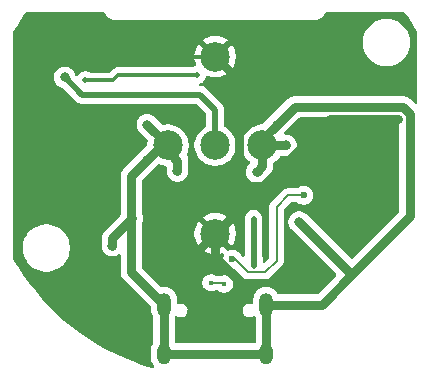
<source format=gbr>
%TF.GenerationSoftware,KiCad,Pcbnew,9.0.5-9.0.5~ubuntu25.04.1*%
%TF.CreationDate,2025-10-27T18:11:10+01:00*%
%TF.ProjectId,BladeMaster,426c6164-654d-4617-9374-65722e6b6963,rev?*%
%TF.SameCoordinates,Original*%
%TF.FileFunction,Copper,L1,Top*%
%TF.FilePolarity,Positive*%
%FSLAX46Y46*%
G04 Gerber Fmt 4.6, Leading zero omitted, Abs format (unit mm)*
G04 Created by KiCad (PCBNEW 9.0.5-9.0.5~ubuntu25.04.1) date 2025-10-27 18:11:10*
%MOMM*%
%LPD*%
G01*
G04 APERTURE LIST*
%TA.AperFunction,SMDPad,CuDef*%
%ADD10C,2.500000*%
%TD*%
%TA.AperFunction,ComponentPad*%
%ADD11O,1.200000X2.000000*%
%TD*%
%TA.AperFunction,ComponentPad*%
%ADD12O,1.200000X1.800000*%
%TD*%
%TA.AperFunction,ViaPad*%
%ADD13C,0.500000*%
%TD*%
%TA.AperFunction,ViaPad*%
%ADD14C,0.800000*%
%TD*%
%TA.AperFunction,ViaPad*%
%ADD15C,0.600000*%
%TD*%
%TA.AperFunction,ViaPad*%
%ADD16C,0.450000*%
%TD*%
%TA.AperFunction,Conductor*%
%ADD17C,0.200000*%
%TD*%
%TA.AperFunction,Conductor*%
%ADD18C,0.800000*%
%TD*%
%TA.AperFunction,Conductor*%
%ADD19C,0.500000*%
%TD*%
%TA.AperFunction,Conductor*%
%ADD20C,0.300000*%
%TD*%
G04 APERTURE END LIST*
D10*
%TO.P,J6,1,1*%
%TO.N,Net-(Q1-D)*%
X0Y0D03*
%TD*%
%TO.P,J1,1,1*%
%TO.N,/5V*%
X0Y-7500000D03*
%TD*%
%TO.P,J5,1,1*%
%TO.N,GND*%
X-4000000Y0D03*
%TD*%
%TO.P,J2,1,1*%
%TO.N,/5V*%
X0Y7500000D03*
%TD*%
%TO.P,J4,1,1*%
%TO.N,GND*%
X4000000Y0D03*
%TD*%
D11*
%TO.P,J3,0,SH*%
%TO.N,GND*%
X4325121Y-13495753D03*
%TO.P,J3,1,SH*%
X-4325121Y-13495753D03*
D12*
%TO.P,J3,2,SH*%
X-4325121Y-17675585D03*
%TO.P,J3,3,SH*%
X4325121Y-17675585D03*
%TD*%
D13*
%TO.N,GND*%
X3263341Y-10200000D03*
D14*
X6000000Y0D03*
X-5750000Y1750000D03*
X-3200000Y-2200000D03*
X5250000Y1750000D03*
X11700000Y-10800000D03*
X-5750000Y-1250000D03*
X-7000000Y-6200000D03*
D13*
X3250000Y-6250000D03*
D14*
X7100000Y-6500000D03*
X3500000Y-2250000D03*
X-8700000Y-8500000D03*
D13*
%TO.N,/5V*%
X-14250000Y5675000D03*
X-3500000Y-10000000D03*
X15500000Y2250000D03*
X-2389027Y-11675556D03*
X2250000Y-11500000D03*
D14*
X-1924927Y-14000344D03*
X1925102Y-13976880D03*
D13*
%TO.N,/3.3V*%
X-1500000Y5959107D03*
X-11000000Y5500000D03*
D15*
%TO.N,/CC1*%
X1444619Y-9671827D03*
X7500000Y-4250000D03*
D14*
%TO.N,Net-(Q1-D)*%
X-12750000Y5750000D03*
D16*
%TO.N,/D-*%
X775000Y-11756103D03*
X-350000Y-11650000D03*
%TD*%
D17*
%TO.N,/D-*%
X-350000Y-11650000D02*
X668897Y-11650000D01*
X668897Y-11650000D02*
X775000Y-11756103D01*
D18*
%TO.N,GND*%
X4000000Y500000D02*
X5250000Y1750000D01*
X4325121Y-13495753D02*
X9004247Y-13495753D01*
X9004247Y-13495753D02*
X11700000Y-10800000D01*
X-7100000Y-2600000D02*
X-5750000Y-1250000D01*
X6751000Y3251000D02*
X5250000Y1750000D01*
X16501000Y2664628D02*
X15914628Y3251000D01*
D19*
X3250000Y-9525000D02*
X3250000Y-6250000D01*
D18*
X-7100000Y-10720874D02*
X-7100000Y-2600000D01*
X-3200000Y-1300000D02*
X-4000000Y-500000D01*
X4325121Y-17675585D02*
X4325121Y-13495753D01*
X-8700000Y-8500000D02*
X-8700000Y-7900000D01*
X-8700000Y-7900000D02*
X-7000000Y-6200000D01*
X-4325121Y-17675585D02*
X4325121Y-17675585D01*
X-4500000Y0D02*
X-5750000Y-1250000D01*
D19*
X3263341Y-9538341D02*
X3250000Y-9525000D01*
D18*
X4000000Y-1750000D02*
X3500000Y-2250000D01*
X4000000Y0D02*
X4000000Y-1750000D01*
X11700000Y-10800000D02*
X16501000Y-5999000D01*
X15914628Y3251000D02*
X6751000Y3251000D01*
X-4000000Y0D02*
X-5750000Y1750000D01*
X-3200000Y-2200000D02*
X-3200000Y-1300000D01*
X11400000Y-10800000D02*
X11700000Y-10800000D01*
X4000000Y0D02*
X4000000Y500000D01*
X16501000Y-5999000D02*
X16501000Y2664628D01*
X-4000000Y-500000D02*
X-4000000Y0D01*
X-4325121Y-13495753D02*
X-4325121Y-17675585D01*
X-4325121Y-13495753D02*
X-7100000Y-10720874D01*
X4000000Y0D02*
X6000000Y0D01*
D19*
X3263341Y-10200000D02*
X3263341Y-9538341D01*
D18*
X7100000Y-6500000D02*
X11400000Y-10800000D01*
X-4000000Y0D02*
X-4500000Y0D01*
D19*
%TO.N,/5V*%
X-1923917Y-11250000D02*
X-1963471Y-11250000D01*
X-2500000Y-10000000D02*
X-1923917Y-9423917D01*
D18*
X-1923917Y-9423917D02*
X-1923917Y-11250000D01*
X1925102Y-13976880D02*
X1925102Y-11425102D01*
X0Y-7500000D02*
X-1923917Y-9423917D01*
D20*
X-12425000Y7500000D02*
X0Y7500000D01*
X2000000Y-11500000D02*
X1925102Y-11425102D01*
D18*
X-1923917Y-11250000D02*
X-1923917Y-14000344D01*
D20*
X2250000Y-11500000D02*
X2000000Y-11500000D01*
D18*
X0Y-9500000D02*
X0Y-7500000D01*
X1925102Y-11425102D02*
X0Y-9500000D01*
X0Y7500000D02*
X2000000Y5500000D01*
X15500000Y2250000D02*
X9750000Y2250000D01*
D19*
X-3500000Y-10000000D02*
X-2500000Y-10000000D01*
D18*
X2000000Y5500000D02*
X2000000Y-5500000D01*
D20*
X-14250000Y5675000D02*
X-12425000Y7500000D01*
D18*
X2000000Y-5500000D02*
X0Y-7500000D01*
D19*
X-1963471Y-11250000D02*
X-2389027Y-11675556D01*
D18*
X9750000Y2250000D02*
X2000000Y-5500000D01*
D20*
%TO.N,/3.3V*%
X-8650000Y5500000D02*
X-11000000Y5500000D01*
X-1500000Y5959107D02*
X-8190893Y5959107D01*
X-8190893Y5959107D02*
X-8650000Y5500000D01*
D17*
%TO.N,/CC1*%
X5200000Y-9800000D02*
X5200000Y-5200000D01*
X1444619Y-9671827D02*
X1671827Y-9671827D01*
X4250000Y-10750000D02*
X5200000Y-9800000D01*
X6150000Y-4250000D02*
X7500000Y-4250000D01*
X2750000Y-10750000D02*
X4250000Y-10750000D01*
X5200000Y-5200000D02*
X6150000Y-4250000D01*
X1671827Y-9671827D02*
X2750000Y-10750000D01*
D19*
%TO.N,Net-(Q1-D)*%
X-12750000Y5750000D02*
X-11250000Y4250000D01*
X-11250000Y4250000D02*
X-1250000Y4250000D01*
X0Y3000000D02*
X0Y0D01*
X-1250000Y4250000D02*
X0Y3000000D01*
%TD*%
%TA.AperFunction,Conductor*%
%TO.N,/5V*%
G36*
X-9356897Y11230315D02*
G01*
X-9313085Y11180157D01*
X-9312932Y11180244D01*
X-9312486Y11179471D01*
X-9311553Y11178403D01*
X-9310227Y11175558D01*
X-9222691Y11023943D01*
X-9110164Y10889837D01*
X-8976058Y10777310D01*
X-8976057Y10777309D01*
X-8976055Y10777308D01*
X-8824445Y10689775D01*
X-8659938Y10629899D01*
X-8487532Y10599500D01*
X-8487528Y10599500D01*
X8487528Y10599500D01*
X8487532Y10599500D01*
X8659938Y10629899D01*
X8824445Y10689775D01*
X8976055Y10777308D01*
X9110163Y10889837D01*
X9222692Y11023945D01*
X9310225Y11175555D01*
X9310226Y11175559D01*
X9311553Y11178403D01*
X9312471Y11179446D01*
X9312932Y11180244D01*
X9313092Y11180152D01*
X9357725Y11230843D01*
X9423936Y11250000D01*
X15979366Y11250000D01*
X16046405Y11230315D01*
X16080952Y11197107D01*
X16092820Y11180152D01*
X16228327Y10986560D01*
X16288498Y10900598D01*
X16291400Y10896262D01*
X16731626Y10207274D01*
X16733240Y10204749D01*
X16735953Y10200297D01*
X17018807Y9713567D01*
X17082711Y9603603D01*
X17099500Y9541299D01*
X17099500Y3638990D01*
X17079815Y3571951D01*
X17027011Y3526196D01*
X16957853Y3516252D01*
X16894297Y3545277D01*
X16887819Y3551309D01*
X16488669Y3950460D01*
X16488668Y3950461D01*
X16488664Y3950464D01*
X16429587Y3989937D01*
X16341175Y4049013D01*
X16259234Y4082954D01*
X16177294Y4116895D01*
X16177286Y4116897D01*
X16003324Y4151500D01*
X16003320Y4151500D01*
X16003319Y4151500D01*
X6839692Y4151500D01*
X6662309Y4151500D01*
X6662304Y4151500D01*
X6488339Y4116897D01*
X6488323Y4116892D01*
X6372453Y4068898D01*
X6372454Y4068897D01*
X6324454Y4049014D01*
X6176965Y3950465D01*
X6176961Y3950462D01*
X4658522Y2432023D01*
X4013319Y1786819D01*
X3951996Y1753334D01*
X3925638Y1750500D01*
X3885258Y1750500D01*
X3668715Y1721991D01*
X3657762Y1720548D01*
X3575104Y1698400D01*
X3436112Y1661158D01*
X3224123Y1573350D01*
X3224109Y1573343D01*
X3025382Y1458608D01*
X2843338Y1318919D01*
X2681081Y1156662D01*
X2541392Y974618D01*
X2426657Y775891D01*
X2426650Y775877D01*
X2338842Y563888D01*
X2279453Y342241D01*
X2279451Y342230D01*
X2249500Y114742D01*
X2249500Y-114741D01*
X2268975Y-262658D01*
X2279452Y-342238D01*
X2302044Y-426553D01*
X2338842Y-563887D01*
X2426650Y-775876D01*
X2426657Y-775890D01*
X2541392Y-974617D01*
X2681081Y-1156661D01*
X2681089Y-1156670D01*
X2843333Y-1318914D01*
X2843343Y-1318922D01*
X2908969Y-1369280D01*
X2918214Y-1381941D01*
X2930984Y-1391043D01*
X2938397Y-1409584D01*
X2950171Y-1425708D01*
X2951103Y-1441358D01*
X2956925Y-1455918D01*
X2953138Y-1475522D01*
X2954326Y-1495454D01*
X2946472Y-1510034D01*
X2943675Y-1524520D01*
X2924624Y-1550597D01*
X2923190Y-1553261D01*
X2922167Y-1554332D01*
X2800536Y-1675964D01*
X2793518Y-1686468D01*
X2787549Y-1695400D01*
X2787546Y-1695404D01*
X2701988Y-1823449D01*
X2670059Y-1900535D01*
X2670059Y-1900536D01*
X2634105Y-1987334D01*
X2634103Y-1987340D01*
X2599500Y-2161303D01*
X2599500Y-2338696D01*
X2634103Y-2512659D01*
X2634104Y-2512663D01*
X2634105Y-2512666D01*
X2667652Y-2593653D01*
X2701987Y-2676547D01*
X2760109Y-2763532D01*
X2763260Y-2768248D01*
X2763264Y-2768255D01*
X2800537Y-2824038D01*
X2925961Y-2949462D01*
X2925964Y-2949464D01*
X2964930Y-2975500D01*
X3073453Y-3048013D01*
X3155393Y-3081953D01*
X3237334Y-3115895D01*
X3411303Y-3150499D01*
X3411307Y-3150500D01*
X3411308Y-3150500D01*
X3588693Y-3150500D01*
X3588694Y-3150499D01*
X3762666Y-3115895D01*
X3844606Y-3081953D01*
X3926547Y-3048013D01*
X4035070Y-2975500D01*
X4074036Y-2949464D01*
X4699464Y-2324035D01*
X4734597Y-2271455D01*
X4798013Y-2176547D01*
X4825035Y-2111309D01*
X4865895Y-2012666D01*
X4900500Y-1838692D01*
X4900500Y-1661308D01*
X4900500Y-1572991D01*
X4920185Y-1505952D01*
X4962501Y-1465603D01*
X4974612Y-1458611D01*
X5156661Y-1318919D01*
X5156665Y-1318914D01*
X5156670Y-1318911D01*
X5318911Y-1156670D01*
X5318914Y-1156665D01*
X5318919Y-1156661D01*
X5458611Y-974612D01*
X5465603Y-962500D01*
X5516170Y-914285D01*
X5572991Y-900500D01*
X6088693Y-900500D01*
X6088694Y-900499D01*
X6146682Y-888964D01*
X6262658Y-865896D01*
X6262661Y-865894D01*
X6262666Y-865894D01*
X6426547Y-798013D01*
X6574035Y-699464D01*
X6699464Y-574035D01*
X6798013Y-426547D01*
X6865894Y-262666D01*
X6900500Y-88691D01*
X6900500Y88691D01*
X6900500Y88694D01*
X6900499Y88696D01*
X6865896Y262659D01*
X6865893Y262668D01*
X6798016Y426541D01*
X6798009Y426554D01*
X6699464Y574035D01*
X6699461Y574039D01*
X6574038Y699462D01*
X6574034Y699465D01*
X6426553Y798010D01*
X6426540Y798017D01*
X6262667Y865894D01*
X6262658Y865897D01*
X6088694Y900500D01*
X6088691Y900500D01*
X5973362Y900500D01*
X5952116Y906739D01*
X5930030Y908318D01*
X5919246Y916391D01*
X5906323Y920185D01*
X5891824Y936918D01*
X5874096Y950188D01*
X5869387Y962811D01*
X5860568Y972989D01*
X5857416Y994905D01*
X5849678Y1015652D01*
X5852541Y1028815D01*
X5850624Y1042147D01*
X5859822Y1062289D01*
X5864529Y1083926D01*
X5877799Y1101653D01*
X5879649Y1105703D01*
X5885680Y1112180D01*
X5949464Y1175964D01*
X5949464Y1175965D01*
X7087680Y2314181D01*
X7149003Y2347666D01*
X7175361Y2350500D01*
X15476500Y2350500D01*
X15543539Y2330815D01*
X15589294Y2278011D01*
X15600500Y2226500D01*
X15600500Y-5574637D01*
X15580815Y-5641676D01*
X15564181Y-5662318D01*
X11637680Y-9588818D01*
X11576357Y-9622303D01*
X11506665Y-9617319D01*
X11462318Y-9588818D01*
X7674039Y-5800538D01*
X7674038Y-5800537D01*
X7656037Y-5788510D01*
X7590507Y-5744724D01*
X7526547Y-5701987D01*
X7442198Y-5667049D01*
X7362666Y-5634105D01*
X7362658Y-5634103D01*
X7188696Y-5599500D01*
X7188692Y-5599500D01*
X7011308Y-5599500D01*
X7011303Y-5599500D01*
X6837341Y-5634103D01*
X6837333Y-5634105D01*
X6763008Y-5664892D01*
X6763003Y-5664894D01*
X6757802Y-5667049D01*
X6673453Y-5701987D01*
X6609493Y-5744724D01*
X6604049Y-5748361D01*
X6604048Y-5748362D01*
X6525961Y-5800537D01*
X6400537Y-5925961D01*
X6361064Y-5985039D01*
X6361063Y-5985040D01*
X6301985Y-6073455D01*
X6268046Y-6155393D01*
X6234106Y-6237329D01*
X6234103Y-6237341D01*
X6199500Y-6411303D01*
X6199500Y-6588696D01*
X6234103Y-6762658D01*
X6234105Y-6762666D01*
X6258418Y-6821363D01*
X6258421Y-6821368D01*
X6260532Y-6826465D01*
X6301987Y-6926547D01*
X6350733Y-6999500D01*
X6354433Y-7005038D01*
X6354435Y-7005041D01*
X6400534Y-7074034D01*
X6400538Y-7074039D01*
X10188819Y-10862318D01*
X10222304Y-10923641D01*
X10217320Y-10993333D01*
X10188819Y-11037680D01*
X8667566Y-12558934D01*
X8606243Y-12592419D01*
X8579885Y-12595253D01*
X5381211Y-12595253D01*
X5314172Y-12575568D01*
X5270728Y-12527551D01*
X5266355Y-12518969D01*
X5266350Y-12518960D01*
X5231931Y-12471587D01*
X5164535Y-12378825D01*
X5042049Y-12256339D01*
X4901909Y-12154521D01*
X4747566Y-12075880D01*
X4582822Y-12022351D01*
X4582820Y-12022350D01*
X4582819Y-12022350D01*
X4451392Y-12001534D01*
X4411732Y-11995253D01*
X4238510Y-11995253D01*
X4198849Y-12001534D01*
X4067423Y-12022350D01*
X3902673Y-12075881D01*
X3748332Y-12154521D01*
X3668377Y-12212612D01*
X3608193Y-12256339D01*
X3608191Y-12256341D01*
X3608190Y-12256341D01*
X3485709Y-12378822D01*
X3485709Y-12378823D01*
X3485707Y-12378825D01*
X3471029Y-12399028D01*
X3383889Y-12518964D01*
X3305249Y-12673305D01*
X3251718Y-12838055D01*
X3224621Y-13009142D01*
X3224621Y-13325474D01*
X3204936Y-13392513D01*
X3152132Y-13438268D01*
X3082974Y-13448212D01*
X3068534Y-13445250D01*
X2975691Y-13420373D01*
X2824157Y-13420373D01*
X2737526Y-13443586D01*
X2677785Y-13459593D01*
X2677784Y-13459594D01*
X2546557Y-13535357D01*
X2546552Y-13535361D01*
X2439405Y-13642508D01*
X2439401Y-13642513D01*
X2363638Y-13773740D01*
X2363637Y-13773741D01*
X2349272Y-13827354D01*
X2324417Y-13920113D01*
X2324417Y-14071647D01*
X2363637Y-14218017D01*
X2363638Y-14218018D01*
X2439401Y-14349246D01*
X2439403Y-14349249D01*
X2439404Y-14349250D01*
X2546554Y-14456400D01*
X2677787Y-14532167D01*
X2824157Y-14571387D01*
X2824160Y-14571387D01*
X2975688Y-14571387D01*
X2975691Y-14571387D01*
X3122061Y-14532167D01*
X3238622Y-14464870D01*
X3306521Y-14448398D01*
X3372548Y-14471251D01*
X3415739Y-14526172D01*
X3424621Y-14572258D01*
X3424621Y-16651085D01*
X3404936Y-16718124D01*
X3352132Y-16763879D01*
X3300621Y-16775085D01*
X-3300621Y-16775085D01*
X-3367660Y-16755400D01*
X-3413415Y-16702596D01*
X-3424621Y-16651085D01*
X-3424621Y-14572258D01*
X-3404936Y-14505219D01*
X-3352132Y-14459464D01*
X-3282974Y-14449520D01*
X-3238623Y-14464870D01*
X-3122061Y-14532167D01*
X-2975691Y-14571387D01*
X-2975688Y-14571387D01*
X-2824160Y-14571387D01*
X-2824157Y-14571387D01*
X-2677787Y-14532167D01*
X-2546554Y-14456400D01*
X-2439404Y-14349250D01*
X-2363637Y-14218017D01*
X-2324417Y-14071647D01*
X-2324417Y-13920113D01*
X-2363637Y-13773743D01*
X-2424253Y-13668752D01*
X-2439402Y-13642513D01*
X-2439406Y-13642508D01*
X-2546553Y-13535361D01*
X-2546558Y-13535357D01*
X-2677785Y-13459594D01*
X-2677786Y-13459593D01*
X-2720261Y-13448212D01*
X-2824157Y-13420373D01*
X-2975691Y-13420373D01*
X-3068529Y-13445248D01*
X-3138377Y-13443586D01*
X-3196240Y-13404424D01*
X-3223744Y-13340195D01*
X-3224621Y-13325474D01*
X-3224621Y-13009142D01*
X-3251719Y-12838055D01*
X-3251719Y-12838052D01*
X-3305248Y-12673308D01*
X-3383889Y-12518965D01*
X-3485707Y-12378825D01*
X-3608193Y-12256339D01*
X-3748333Y-12154521D01*
X-3902676Y-12075880D01*
X-4067420Y-12022351D01*
X-4067422Y-12022350D01*
X-4067423Y-12022350D01*
X-4198850Y-12001534D01*
X-4238510Y-11995253D01*
X-4411732Y-11995253D01*
X-4411737Y-11995253D01*
X-4470524Y-12004564D01*
X-4539817Y-11995610D01*
X-4577603Y-11969772D01*
X-4825918Y-11721457D01*
X-1075501Y-11721457D01*
X-1047621Y-11861614D01*
X-1047619Y-11861620D01*
X-992931Y-11993650D01*
X-992926Y-11993659D01*
X-913533Y-12112478D01*
X-913530Y-12112482D01*
X-812483Y-12213529D01*
X-812479Y-12213532D01*
X-693660Y-12292925D01*
X-693654Y-12292928D01*
X-693653Y-12292929D01*
X-561620Y-12347619D01*
X-561616Y-12347619D01*
X-561615Y-12347620D01*
X-421458Y-12375500D01*
X-421455Y-12375500D01*
X-278543Y-12375500D01*
X-184249Y-12356742D01*
X-138380Y-12347619D01*
X-6347Y-12292929D01*
X25876Y-12271397D01*
X43922Y-12265747D01*
X59832Y-12255523D01*
X90793Y-12251071D01*
X92554Y-12250520D01*
X94767Y-12250500D01*
X192024Y-12250500D01*
X259063Y-12270185D01*
X279706Y-12286820D01*
X312517Y-12319632D01*
X312521Y-12319635D01*
X431340Y-12399028D01*
X431346Y-12399031D01*
X431347Y-12399032D01*
X563380Y-12453722D01*
X563384Y-12453722D01*
X563385Y-12453723D01*
X703542Y-12481603D01*
X703545Y-12481603D01*
X846457Y-12481603D01*
X940751Y-12462845D01*
X986620Y-12453722D01*
X1118653Y-12399032D01*
X1237479Y-12319635D01*
X1338532Y-12218582D01*
X1417929Y-12099756D01*
X1472619Y-11967723D01*
X1500500Y-11827558D01*
X1500500Y-11684648D01*
X1500500Y-11684645D01*
X1472620Y-11544488D01*
X1472619Y-11544487D01*
X1472619Y-11544483D01*
X1417929Y-11412450D01*
X1417928Y-11412449D01*
X1417925Y-11412443D01*
X1338532Y-11293624D01*
X1338529Y-11293620D01*
X1237482Y-11192573D01*
X1237478Y-11192570D01*
X1118659Y-11113177D01*
X1118650Y-11113172D01*
X986620Y-11058484D01*
X986614Y-11058482D01*
X846457Y-11030603D01*
X846455Y-11030603D01*
X703545Y-11030603D01*
X703543Y-11030603D01*
X620530Y-11047116D01*
X596347Y-11049499D01*
X589840Y-11049499D01*
X589838Y-11049499D01*
X582237Y-11049500D01*
X582235Y-11049499D01*
X582228Y-11049500D01*
X94767Y-11049500D01*
X27728Y-11029815D01*
X25876Y-11028602D01*
X-6349Y-11007069D01*
X-138380Y-10952381D01*
X-138386Y-10952379D01*
X-278543Y-10924500D01*
X-278545Y-10924500D01*
X-421455Y-10924500D01*
X-421457Y-10924500D01*
X-561615Y-10952379D01*
X-561621Y-10952381D01*
X-693651Y-11007069D01*
X-693660Y-11007074D01*
X-812479Y-11086467D01*
X-812483Y-11086470D01*
X-913530Y-11187517D01*
X-913533Y-11187521D01*
X-992926Y-11306340D01*
X-992931Y-11306349D01*
X-1047619Y-11438379D01*
X-1047621Y-11438385D01*
X-1075500Y-11578542D01*
X-1075500Y-11578545D01*
X-1075500Y-11721455D01*
X-1075500Y-11721457D01*
X-1075501Y-11721457D01*
X-4825918Y-11721457D01*
X-4887241Y-11660134D01*
X-5399954Y-11147421D01*
X-6163181Y-10384193D01*
X-6196666Y-10322870D01*
X-6199500Y-10296512D01*
X-6199500Y-8901617D01*
X-1048066Y-8901617D01*
X-1048066Y-8901618D01*
X-974334Y-8958194D01*
X-775670Y-9072893D01*
X-775660Y-9072897D01*
X-563731Y-9160681D01*
X-342138Y-9220057D01*
X-114711Y-9249998D01*
X-114694Y-9250000D01*
X114694Y-9250000D01*
X114710Y-9249998D01*
X342137Y-9220057D01*
X563736Y-9160679D01*
X567575Y-9159377D01*
X568248Y-9161360D01*
X629315Y-9154641D01*
X691872Y-9185759D01*
X727674Y-9245759D01*
X725355Y-9315590D01*
X722165Y-9324177D01*
X713781Y-9344418D01*
X674882Y-9438330D01*
X674881Y-9438333D01*
X674881Y-9438334D01*
X674880Y-9438337D01*
X644119Y-9592980D01*
X644119Y-9750673D01*
X674880Y-9905316D01*
X674883Y-9905328D01*
X735221Y-10050999D01*
X735228Y-10051012D01*
X822829Y-10182115D01*
X822832Y-10182119D01*
X934326Y-10293613D01*
X934330Y-10293616D01*
X1065433Y-10381217D01*
X1065446Y-10381224D01*
X1211117Y-10441562D01*
X1211122Y-10441564D01*
X1347684Y-10468728D01*
X1365772Y-10472326D01*
X1365775Y-10472327D01*
X1365777Y-10472327D01*
X1523461Y-10472327D01*
X1541552Y-10468728D01*
X1611141Y-10474952D01*
X1653428Y-10502663D01*
X2265139Y-11114374D01*
X2265149Y-11114385D01*
X2269479Y-11118715D01*
X2269480Y-11118716D01*
X2381284Y-11230520D01*
X2468095Y-11280639D01*
X2468097Y-11280641D01*
X2492812Y-11294910D01*
X2518215Y-11309577D01*
X2670943Y-11350501D01*
X2670946Y-11350501D01*
X2836653Y-11350501D01*
X2836669Y-11350500D01*
X4163331Y-11350500D01*
X4163347Y-11350501D01*
X4170943Y-11350501D01*
X4329054Y-11350501D01*
X4329057Y-11350501D01*
X4481785Y-11309577D01*
X4531904Y-11280639D01*
X4618716Y-11230520D01*
X4730520Y-11118716D01*
X4730520Y-11118714D01*
X4740728Y-11108507D01*
X4740730Y-11108504D01*
X5558506Y-10290728D01*
X5558511Y-10290724D01*
X5568714Y-10280520D01*
X5568716Y-10280520D01*
X5680520Y-10168716D01*
X5734915Y-10074500D01*
X5759577Y-10031785D01*
X5800501Y-9879057D01*
X5800501Y-9720943D01*
X5800501Y-9713348D01*
X5800500Y-9713330D01*
X5800500Y-5500097D01*
X5820185Y-5433058D01*
X5836819Y-5412416D01*
X6362416Y-4886819D01*
X6423739Y-4853334D01*
X6450097Y-4850500D01*
X6920234Y-4850500D01*
X6987273Y-4870185D01*
X6989125Y-4871398D01*
X7120814Y-4959390D01*
X7120827Y-4959397D01*
X7266498Y-5019735D01*
X7266503Y-5019737D01*
X7421153Y-5050499D01*
X7421156Y-5050500D01*
X7421158Y-5050500D01*
X7578844Y-5050500D01*
X7578845Y-5050499D01*
X7733497Y-5019737D01*
X7879179Y-4959394D01*
X8010289Y-4871789D01*
X8121789Y-4760289D01*
X8209394Y-4629179D01*
X8269737Y-4483497D01*
X8300500Y-4328842D01*
X8300500Y-4171158D01*
X8300500Y-4171155D01*
X8300499Y-4171153D01*
X8269738Y-4016510D01*
X8269737Y-4016503D01*
X8213728Y-3881284D01*
X8209397Y-3870827D01*
X8209390Y-3870814D01*
X8121789Y-3739711D01*
X8121786Y-3739707D01*
X8010292Y-3628213D01*
X8010288Y-3628210D01*
X7879185Y-3540609D01*
X7879172Y-3540602D01*
X7733501Y-3480264D01*
X7733489Y-3480261D01*
X7578845Y-3449500D01*
X7578842Y-3449500D01*
X7421158Y-3449500D01*
X7421155Y-3449500D01*
X7266510Y-3480261D01*
X7266498Y-3480264D01*
X7120827Y-3540602D01*
X7120814Y-3540609D01*
X6989125Y-3628602D01*
X6922447Y-3649480D01*
X6920234Y-3649500D01*
X6236669Y-3649500D01*
X6236653Y-3649499D01*
X6229057Y-3649499D01*
X6070943Y-3649499D01*
X5963587Y-3678265D01*
X5918210Y-3690424D01*
X5918209Y-3690425D01*
X5868096Y-3719359D01*
X5868095Y-3719360D01*
X5832853Y-3739707D01*
X5781285Y-3769479D01*
X5781282Y-3769481D01*
X4719481Y-4831282D01*
X4719479Y-4831285D01*
X4669361Y-4918094D01*
X4669359Y-4918096D01*
X4640425Y-4968209D01*
X4640424Y-4968210D01*
X4626617Y-5019738D01*
X4599499Y-5120943D01*
X4599499Y-5120945D01*
X4599499Y-5289046D01*
X4599500Y-5289059D01*
X4599500Y-9499903D01*
X4579815Y-9566942D01*
X4563181Y-9587584D01*
X4225522Y-9925243D01*
X4164199Y-9958728D01*
X4094507Y-9953744D01*
X4038574Y-9911872D01*
X4014157Y-9846408D01*
X4013841Y-9837562D01*
X4013841Y-9464420D01*
X4002883Y-9409334D01*
X4000500Y-9385142D01*
X4000500Y-6176079D01*
X3971659Y-6031092D01*
X3971658Y-6031091D01*
X3971658Y-6031087D01*
X3952585Y-5985040D01*
X3915087Y-5894511D01*
X3915080Y-5894498D01*
X3832951Y-5771584D01*
X3832948Y-5771580D01*
X3728419Y-5667051D01*
X3728415Y-5667048D01*
X3605501Y-5584919D01*
X3605488Y-5584912D01*
X3468917Y-5528343D01*
X3468907Y-5528340D01*
X3323920Y-5499500D01*
X3323918Y-5499500D01*
X3176082Y-5499500D01*
X3176080Y-5499500D01*
X3031092Y-5528340D01*
X3031082Y-5528343D01*
X2894511Y-5584912D01*
X2894498Y-5584919D01*
X2771584Y-5667048D01*
X2771580Y-5667051D01*
X2667051Y-5771580D01*
X2667048Y-5771584D01*
X2584919Y-5894498D01*
X2584912Y-5894511D01*
X2528343Y-6031082D01*
X2528340Y-6031092D01*
X2499500Y-6176079D01*
X2499500Y-9350903D01*
X2493261Y-9372148D01*
X2491682Y-9394237D01*
X2483609Y-9405020D01*
X2479815Y-9417942D01*
X2463081Y-9432441D01*
X2449810Y-9450170D01*
X2437189Y-9454877D01*
X2427011Y-9463697D01*
X2405093Y-9466848D01*
X2384346Y-9474587D01*
X2371185Y-9471724D01*
X2357853Y-9473641D01*
X2337709Y-9464441D01*
X2316073Y-9459735D01*
X2298347Y-9446466D01*
X2294297Y-9444616D01*
X2287819Y-9438584D01*
X2180031Y-9330796D01*
X2157799Y-9297523D01*
X2156881Y-9298014D01*
X2154011Y-9292644D01*
X2066408Y-9161538D01*
X2066405Y-9161534D01*
X1954911Y-9050040D01*
X1954907Y-9050037D01*
X1823804Y-8962436D01*
X1823791Y-8962429D01*
X1678120Y-8902091D01*
X1678108Y-8902088D01*
X1523464Y-8871327D01*
X1523461Y-8871327D01*
X1365777Y-8871327D01*
X1365774Y-8871327D01*
X1211129Y-8902088D01*
X1211117Y-8902091D01*
X1172703Y-8918003D01*
X1103233Y-8925472D01*
X1040754Y-8894196D01*
X1037570Y-8891123D01*
X0Y-7853553D01*
X-1048066Y-8901617D01*
X-6199500Y-8901617D01*
X-6199500Y-7385305D01*
X-1750000Y-7385305D01*
X-1750000Y-7614694D01*
X-1749999Y-7614710D01*
X-1720058Y-7842137D01*
X-1660682Y-8063730D01*
X-1572898Y-8275659D01*
X-1572894Y-8275669D01*
X-1458201Y-8474324D01*
X-1458195Y-8474331D01*
X-1401619Y-8548064D01*
X-353554Y-7500000D01*
X-353554Y-7499999D01*
X353553Y-7499999D01*
X353553Y-7500000D01*
X1401617Y-8548064D01*
X1458192Y-8474334D01*
X1458197Y-8474327D01*
X1572893Y-8275668D01*
X1572897Y-8275659D01*
X1660681Y-8063730D01*
X1720057Y-7842137D01*
X1749998Y-7614710D01*
X1750000Y-7614694D01*
X1750000Y-7385305D01*
X1749998Y-7385289D01*
X1720057Y-7157862D01*
X1660681Y-6936269D01*
X1572897Y-6724340D01*
X1572893Y-6724330D01*
X1458194Y-6525666D01*
X1401618Y-6451934D01*
X1401617Y-6451934D01*
X353553Y-7499999D01*
X-353554Y-7499999D01*
X-1401620Y-6451934D01*
X-1458190Y-6525659D01*
X-1458199Y-6525673D01*
X-1572894Y-6724330D01*
X-1572898Y-6724340D01*
X-1660682Y-6936269D01*
X-1720058Y-7157862D01*
X-1749999Y-7385289D01*
X-1750000Y-7385305D01*
X-6199500Y-7385305D01*
X-6199500Y-6645205D01*
X-6197874Y-6637029D01*
X-6198790Y-6631951D01*
X-6190061Y-6597753D01*
X-6167652Y-6543653D01*
X-6134105Y-6462666D01*
X-6099500Y-6288692D01*
X-6099500Y-6111308D01*
X-6102071Y-6098380D01*
X-1048066Y-6098380D01*
X-1Y-7146446D01*
X1048064Y-6098381D01*
X1048064Y-6098380D01*
X974331Y-6041805D01*
X974324Y-6041799D01*
X775669Y-5927106D01*
X775659Y-5927102D01*
X563730Y-5839318D01*
X342137Y-5779942D01*
X114710Y-5750001D01*
X114694Y-5750000D01*
X-114694Y-5750000D01*
X-114711Y-5750001D01*
X-342138Y-5779942D01*
X-563731Y-5839318D01*
X-775660Y-5927102D01*
X-775670Y-5927106D01*
X-974327Y-6041801D01*
X-974341Y-6041810D01*
X-1048066Y-6098380D01*
X-6102071Y-6098380D01*
X-6134105Y-5937334D01*
X-6190005Y-5802381D01*
X-6190104Y-5802141D01*
X-6190160Y-5802005D01*
X-6199500Y-5754792D01*
X-6199500Y-3024360D01*
X-6179815Y-2957321D01*
X-6163186Y-2936683D01*
X-5175967Y-1949465D01*
X-5175964Y-1949464D01*
X-4851412Y-1624910D01*
X-4790092Y-1591428D01*
X-4720401Y-1596412D01*
X-4716335Y-1598011D01*
X-4563887Y-1661158D01*
X-4342238Y-1720548D01*
X-4208314Y-1738179D01*
X-4144418Y-1766445D01*
X-4105947Y-1824770D01*
X-4100500Y-1861118D01*
X-4100500Y-2288695D01*
X-4065897Y-2462658D01*
X-4065894Y-2462667D01*
X-3998017Y-2626540D01*
X-3998010Y-2626553D01*
X-3899465Y-2774034D01*
X-3899462Y-2774038D01*
X-3774039Y-2899461D01*
X-3774035Y-2899464D01*
X-3626554Y-2998009D01*
X-3626541Y-2998016D01*
X-3505845Y-3048009D01*
X-3462666Y-3065894D01*
X-3462664Y-3065894D01*
X-3462659Y-3065896D01*
X-3288696Y-3100499D01*
X-3288693Y-3100500D01*
X-3288691Y-3100500D01*
X-3111307Y-3100500D01*
X-3111306Y-3100499D01*
X-3053318Y-3088964D01*
X-2937342Y-3065896D01*
X-2937339Y-3065894D01*
X-2937334Y-3065894D01*
X-2773453Y-2998013D01*
X-2625965Y-2899464D01*
X-2500536Y-2774035D01*
X-2401987Y-2626547D01*
X-2334106Y-2462666D01*
X-2299500Y-2288691D01*
X-2299500Y-2111309D01*
X-2299500Y-1211309D01*
X-2306017Y-1178545D01*
X-2334105Y-1037334D01*
X-2401987Y-873453D01*
X-2401991Y-873447D01*
X-2405340Y-868434D01*
X-2426218Y-801757D01*
X-2416799Y-752090D01*
X-2338842Y-563887D01*
X-2279452Y-342238D01*
X-2249500Y-114734D01*
X-2249500Y114734D01*
X-2279452Y342238D01*
X-2338842Y563887D01*
X-2426656Y775888D01*
X-2541389Y974612D01*
X-2541392Y974615D01*
X-2541393Y974618D01*
X-2681082Y1156662D01*
X-2681089Y1156670D01*
X-2843330Y1318911D01*
X-2843339Y1318919D01*
X-3025383Y1458608D01*
X-3224110Y1573343D01*
X-3224124Y1573350D01*
X-3436113Y1661158D01*
X-3436673Y1661308D01*
X-3657762Y1720548D01*
X-3695785Y1725554D01*
X-3885259Y1750500D01*
X-3885266Y1750500D01*
X-4114734Y1750500D01*
X-4114742Y1750500D01*
X-4342242Y1720548D01*
X-4355756Y1716927D01*
X-4425606Y1718594D01*
X-4475523Y1749023D01*
X-5175965Y2449465D01*
X-5175970Y2449469D01*
X-5230378Y2485822D01*
X-5230384Y2485825D01*
X-5235041Y2488937D01*
X-5323453Y2548013D01*
X-5405394Y2581954D01*
X-5487334Y2615895D01*
X-5487342Y2615897D01*
X-5661304Y2650500D01*
X-5661308Y2650500D01*
X-5838692Y2650500D01*
X-5838697Y2650500D01*
X-6012659Y2615897D01*
X-6012671Y2615894D01*
X-6094608Y2581955D01*
X-6094607Y2581954D01*
X-6176545Y2548015D01*
X-6264960Y2488937D01*
X-6264961Y2488936D01*
X-6324039Y2449463D01*
X-6449462Y2324040D01*
X-6456479Y2313536D01*
X-6456482Y2313532D01*
X-6548015Y2176545D01*
X-6581954Y2094607D01*
X-6615894Y2012671D01*
X-6615897Y2012659D01*
X-6650500Y1838697D01*
X-6650500Y1661304D01*
X-6615897Y1487341D01*
X-6615896Y1487337D01*
X-6615895Y1487334D01*
X-6603998Y1458612D01*
X-6603997Y1458610D01*
X-6548016Y1323458D01*
X-6548015Y1323456D01*
X-6488937Y1235040D01*
X-6488936Y1235039D01*
X-6449466Y1175966D01*
X-5749023Y475523D01*
X-5715538Y414200D01*
X-5716927Y355756D01*
X-5720548Y342242D01*
X-5750500Y114742D01*
X-5750500Y74362D01*
X-5770185Y7323D01*
X-5786819Y-13319D01*
X-6449466Y-675966D01*
X-7799462Y-2025960D01*
X-7799463Y-2025961D01*
X-7838936Y-2085039D01*
X-7838937Y-2085040D01*
X-7898015Y-2173455D01*
X-7931954Y-2255393D01*
X-7965894Y-2337329D01*
X-7965897Y-2337341D01*
X-8000500Y-2511303D01*
X-8000500Y-5875637D01*
X-8020185Y-5942676D01*
X-8036819Y-5963318D01*
X-9399462Y-7325960D01*
X-9399463Y-7325961D01*
X-9436266Y-7381041D01*
X-9436272Y-7381050D01*
X-9438937Y-7385040D01*
X-9498013Y-7473453D01*
X-9522944Y-7533642D01*
X-9525767Y-7540454D01*
X-9525770Y-7540462D01*
X-9565894Y-7637331D01*
X-9565897Y-7637341D01*
X-9598358Y-7800534D01*
X-9598357Y-7800535D01*
X-9600500Y-7811309D01*
X-9600500Y-8588695D01*
X-9565897Y-8762658D01*
X-9565894Y-8762667D01*
X-9498017Y-8926540D01*
X-9498010Y-8926553D01*
X-9399465Y-9074034D01*
X-9399462Y-9074038D01*
X-9274039Y-9199461D01*
X-9274035Y-9199464D01*
X-9126554Y-9298009D01*
X-9126541Y-9298016D01*
X-9047401Y-9330796D01*
X-8962666Y-9365894D01*
X-8962664Y-9365894D01*
X-8962659Y-9365896D01*
X-8788696Y-9400499D01*
X-8788693Y-9400500D01*
X-8788691Y-9400500D01*
X-8611307Y-9400500D01*
X-8611306Y-9400499D01*
X-8553318Y-9388964D01*
X-8437342Y-9365896D01*
X-8437339Y-9365894D01*
X-8437334Y-9365894D01*
X-8273453Y-9298013D01*
X-8193391Y-9244516D01*
X-8126714Y-9223639D01*
X-8059334Y-9242123D01*
X-8012643Y-9294102D01*
X-8000500Y-9347619D01*
X-8000500Y-10809570D01*
X-7965897Y-10983533D01*
X-7965896Y-10983537D01*
X-7965895Y-10983540D01*
X-7938573Y-11049499D01*
X-7898013Y-11147421D01*
X-7845143Y-11226546D01*
X-7841594Y-11231857D01*
X-7799466Y-11294908D01*
X-7799462Y-11294913D01*
X-5461940Y-13632433D01*
X-5428455Y-13693756D01*
X-5425621Y-13720114D01*
X-5425621Y-13982363D01*
X-5411481Y-14071644D01*
X-5398523Y-14153454D01*
X-5344994Y-14318198D01*
X-5266353Y-14472541D01*
X-5249303Y-14496008D01*
X-5225823Y-14561811D01*
X-5225621Y-14568893D01*
X-5225621Y-16702444D01*
X-5245306Y-16769483D01*
X-5249303Y-16775330D01*
X-5266351Y-16798792D01*
X-5266352Y-16798795D01*
X-5344993Y-16953137D01*
X-5398524Y-17117887D01*
X-5416358Y-17230488D01*
X-5425621Y-17288974D01*
X-5425621Y-18062196D01*
X-5398523Y-18233286D01*
X-5344994Y-18398030D01*
X-5266353Y-18552373D01*
X-5181055Y-18669776D01*
X-5157575Y-18735580D01*
X-5173400Y-18803634D01*
X-5223506Y-18852329D01*
X-5291984Y-18866205D01*
X-5316659Y-18861533D01*
X-5990391Y-18661543D01*
X-5995632Y-18659860D01*
X-6444718Y-18504556D01*
X-6812672Y-18377309D01*
X-6817818Y-18375401D01*
X-7621516Y-18056867D01*
X-7626571Y-18054733D01*
X-8415343Y-17700847D01*
X-8420310Y-17698485D01*
X-9192593Y-17309945D01*
X-9197453Y-17307363D01*
X-9951727Y-16884936D01*
X-9956469Y-16882140D01*
X-10691244Y-16426663D01*
X-10695857Y-16423660D01*
X-11409709Y-15936013D01*
X-11414184Y-15932808D01*
X-12105684Y-15413967D01*
X-12110012Y-15410567D01*
X-12777808Y-14861547D01*
X-12781981Y-14857958D01*
X-13424753Y-14279845D01*
X-13428763Y-14276074D01*
X-14045241Y-13670011D01*
X-14049080Y-13666066D01*
X-14071004Y-13642510D01*
X-14292591Y-13404424D01*
X-14638077Y-13033214D01*
X-14641736Y-13029102D01*
X-15202026Y-12370786D01*
X-15205500Y-12366517D01*
X-15736056Y-11683941D01*
X-15739337Y-11679521D01*
X-16003694Y-11306349D01*
X-16239087Y-10974062D01*
X-16242146Y-10969535D01*
X-16710101Y-10242584D01*
X-16712961Y-10237916D01*
X-16730810Y-10207282D01*
X-16838849Y-10021851D01*
X-17082641Y-9603422D01*
X-17099500Y-9540998D01*
X-17099500Y-8568872D01*
X-16300500Y-8568872D01*
X-16300500Y-8831127D01*
X-16280897Y-8980018D01*
X-16266270Y-9091116D01*
X-16203822Y-9324177D01*
X-16198398Y-9344418D01*
X-16198395Y-9344428D01*
X-16098047Y-9586690D01*
X-16098042Y-9586700D01*
X-15966925Y-9813803D01*
X-15807282Y-10021851D01*
X-15807274Y-10021860D01*
X-15621860Y-10207274D01*
X-15621852Y-10207281D01*
X-15413804Y-10366924D01*
X-15186701Y-10498041D01*
X-15186691Y-10498046D01*
X-14944429Y-10598394D01*
X-14944419Y-10598398D01*
X-14691116Y-10666270D01*
X-14431120Y-10700500D01*
X-14431113Y-10700500D01*
X-14168887Y-10700500D01*
X-14168880Y-10700500D01*
X-13908884Y-10666270D01*
X-13655581Y-10598398D01*
X-13478660Y-10525114D01*
X-13413310Y-10498046D01*
X-13413309Y-10498045D01*
X-13413303Y-10498043D01*
X-13186197Y-10366924D01*
X-12978149Y-10207282D01*
X-12978145Y-10207277D01*
X-12978140Y-10207274D01*
X-12792726Y-10021860D01*
X-12792723Y-10021855D01*
X-12792718Y-10021851D01*
X-12633076Y-9813803D01*
X-12501957Y-9586697D01*
X-12401602Y-9344419D01*
X-12333730Y-9091116D01*
X-12299500Y-8831120D01*
X-12299500Y-8568880D01*
X-12333730Y-8308884D01*
X-12401602Y-8055581D01*
X-12401606Y-8055571D01*
X-12501954Y-7813309D01*
X-12501959Y-7813299D01*
X-12633076Y-7586196D01*
X-12787239Y-7385289D01*
X-12792718Y-7378149D01*
X-12792719Y-7378148D01*
X-12792726Y-7378140D01*
X-12978140Y-7192726D01*
X-12978149Y-7192718D01*
X-13186197Y-7033075D01*
X-13413300Y-6901958D01*
X-13413310Y-6901953D01*
X-13655572Y-6801605D01*
X-13655579Y-6801603D01*
X-13655581Y-6801602D01*
X-13908884Y-6733730D01*
X-13980282Y-6724330D01*
X-14168873Y-6699500D01*
X-14168880Y-6699500D01*
X-14431120Y-6699500D01*
X-14431128Y-6699500D01*
X-14662228Y-6729926D01*
X-14691116Y-6733730D01*
X-14799077Y-6762658D01*
X-14944419Y-6801602D01*
X-14944429Y-6801605D01*
X-15186691Y-6901953D01*
X-15186701Y-6901958D01*
X-15413804Y-7033075D01*
X-15621852Y-7192718D01*
X-15807282Y-7378148D01*
X-15966925Y-7586196D01*
X-16098042Y-7813299D01*
X-16098047Y-7813309D01*
X-16198395Y-8055571D01*
X-16198398Y-8055581D01*
X-16200581Y-8063730D01*
X-16266270Y-8308885D01*
X-16300500Y-8568872D01*
X-17099500Y-8568872D01*
X-17099500Y5838696D01*
X-13650500Y5838696D01*
X-13650500Y5661305D01*
X-13615897Y5487342D01*
X-13615894Y5487333D01*
X-13548017Y5323460D01*
X-13548010Y5323447D01*
X-13449465Y5175966D01*
X-13449462Y5175962D01*
X-13324039Y5050539D01*
X-13324035Y5050536D01*
X-13176554Y4951991D01*
X-13176541Y4951984D01*
X-13012668Y4884107D01*
X-13012666Y4884106D01*
X-12965682Y4874761D01*
X-12903773Y4842378D01*
X-12902193Y4840825D01*
X-11832952Y3771585D01*
X-11832951Y3771584D01*
X-11728416Y3667049D01*
X-11728415Y3667048D01*
X-11605502Y3584920D01*
X-11605489Y3584913D01*
X-11509798Y3545277D01*
X-11468913Y3528342D01*
X-11468909Y3528342D01*
X-11468908Y3528341D01*
X-11323921Y3499500D01*
X-11323918Y3499500D01*
X-1612230Y3499500D01*
X-1545191Y3479815D01*
X-1524549Y3463181D01*
X-786819Y2725451D01*
X-753334Y2664128D01*
X-750500Y2637770D01*
X-750500Y1659593D01*
X-770185Y1592554D01*
X-812500Y1552206D01*
X-974618Y1458608D01*
X-1156662Y1318919D01*
X-1318919Y1156662D01*
X-1458608Y974618D01*
X-1573343Y775891D01*
X-1573350Y775877D01*
X-1661158Y563888D01*
X-1720547Y342241D01*
X-1720549Y342230D01*
X-1750500Y114742D01*
X-1750500Y-114741D01*
X-1731025Y-262658D01*
X-1720548Y-342238D01*
X-1697956Y-426553D01*
X-1661158Y-563887D01*
X-1573350Y-775876D01*
X-1573343Y-775890D01*
X-1458608Y-974617D01*
X-1318919Y-1156661D01*
X-1318911Y-1156670D01*
X-1156670Y-1318911D01*
X-1156662Y-1318918D01*
X-974618Y-1458607D01*
X-974615Y-1458608D01*
X-974612Y-1458611D01*
X-775888Y-1573344D01*
X-775883Y-1573346D01*
X-775877Y-1573349D01*
X-716284Y-1598033D01*
X-563887Y-1661158D01*
X-342238Y-1720548D01*
X-114734Y-1750500D01*
X-114727Y-1750500D01*
X114727Y-1750500D01*
X114734Y-1750500D01*
X342238Y-1720548D01*
X563887Y-1661158D01*
X775888Y-1573344D01*
X974612Y-1458611D01*
X1156661Y-1318919D01*
X1156665Y-1318914D01*
X1156670Y-1318911D01*
X1318911Y-1156670D01*
X1318914Y-1156665D01*
X1318919Y-1156661D01*
X1458611Y-974612D01*
X1573344Y-775888D01*
X1661158Y-563887D01*
X1720548Y-342238D01*
X1750500Y-114734D01*
X1750500Y114734D01*
X1720548Y342238D01*
X1661158Y563887D01*
X1573344Y775888D01*
X1458611Y974612D01*
X1458608Y974615D01*
X1458607Y974618D01*
X1318918Y1156662D01*
X1318911Y1156670D01*
X1156670Y1318911D01*
X1156661Y1318919D01*
X974617Y1458608D01*
X812500Y1552206D01*
X764284Y1602773D01*
X750500Y1659593D01*
X750500Y3073921D01*
X721659Y3218908D01*
X721658Y3218909D01*
X721658Y3218913D01*
X665084Y3355495D01*
X632186Y3404730D01*
X632185Y3404732D01*
X582956Y3478411D01*
X582952Y3478416D01*
X-771579Y4832948D01*
X-771586Y4832954D01*
X-848143Y4884107D01*
X-848143Y4884106D01*
X-894509Y4915087D01*
X-1031083Y4971657D01*
X-1031093Y4971660D01*
X-1176080Y5000500D01*
X-1176082Y5000500D01*
X-1229743Y5000500D01*
X-1296782Y5020185D01*
X-1342537Y5072989D01*
X-1352481Y5142147D01*
X-1323456Y5205703D01*
X-1277195Y5239061D01*
X-1144512Y5294020D01*
X-1144512Y5294021D01*
X-1144505Y5294023D01*
X-1021584Y5376156D01*
X-917049Y5480691D01*
X-834916Y5603612D01*
X-778342Y5740194D01*
X-773266Y5765711D01*
X-740882Y5827622D01*
X-680166Y5862196D01*
X-610397Y5858457D01*
X-604196Y5856081D01*
X-563724Y5839317D01*
X-342138Y5779943D01*
X-114711Y5750002D01*
X-114694Y5750000D01*
X114694Y5750000D01*
X114710Y5750002D01*
X342137Y5779943D01*
X563730Y5839319D01*
X775659Y5927103D01*
X775668Y5927107D01*
X974327Y6041803D01*
X974334Y6041808D01*
X1048064Y6098383D01*
X-176777Y7323223D01*
X-353555Y7500001D01*
X353553Y7500001D01*
X353553Y7500000D01*
X1401617Y6451936D01*
X1458192Y6525666D01*
X1458197Y6525673D01*
X1572893Y6724332D01*
X1572897Y6724341D01*
X1660681Y6936270D01*
X1720057Y7157863D01*
X1749998Y7385290D01*
X1750000Y7385306D01*
X1750000Y7614695D01*
X1749998Y7614711D01*
X1720057Y7842138D01*
X1660681Y8063731D01*
X1572897Y8275660D01*
X1572893Y8275670D01*
X1458194Y8474334D01*
X1401618Y8548066D01*
X1401617Y8548066D01*
X353553Y7500001D01*
X-353555Y7500001D01*
X-1401620Y8548066D01*
X-1458190Y8474341D01*
X-1458199Y8474327D01*
X-1572894Y8275670D01*
X-1572898Y8275660D01*
X-1660682Y8063731D01*
X-1720058Y7842138D01*
X-1749999Y7614711D01*
X-1750000Y7614695D01*
X-1750000Y7385306D01*
X-1749999Y7385290D01*
X-1720058Y7157863D01*
X-1660682Y6936270D01*
X-1625158Y6850509D01*
X-1617689Y6781040D01*
X-1648964Y6718560D01*
X-1693780Y6687879D01*
X-1704357Y6683661D01*
X-1718913Y6680765D01*
X-1855495Y6624191D01*
X-1858514Y6622175D01*
X-1867901Y6618430D01*
X-1885072Y6616813D01*
X-1913840Y6609607D01*
X-8254964Y6609607D01*
X-8380632Y6584610D01*
X-8380638Y6584608D01*
X-8499023Y6535572D01*
X-8605562Y6464385D01*
X-8605569Y6464379D01*
X-8883127Y6186819D01*
X-8944450Y6153334D01*
X-8970808Y6150500D01*
X-10586160Y6150500D01*
X-10638521Y6163615D01*
X-10638878Y6162753D01*
X-10644505Y6165084D01*
X-10781087Y6221658D01*
X-10781093Y6221660D01*
X-10926080Y6250500D01*
X-10926082Y6250500D01*
X-11073918Y6250500D01*
X-11073920Y6250500D01*
X-11218908Y6221660D01*
X-11218918Y6221657D01*
X-11355489Y6165088D01*
X-11355502Y6165081D01*
X-11478416Y6082952D01*
X-11478420Y6082949D01*
X-11582949Y5978420D01*
X-11582952Y5978416D01*
X-11632829Y5903770D01*
X-11648996Y5890260D01*
X-11661621Y5873394D01*
X-11675267Y5868305D01*
X-11686442Y5858965D01*
X-11707346Y5856340D01*
X-11727085Y5848977D01*
X-11741317Y5852073D01*
X-11755767Y5850258D01*
X-11774772Y5859351D01*
X-11795358Y5863829D01*
X-11815240Y5878713D01*
X-11818794Y5880413D01*
X-11823612Y5884980D01*
X-11840825Y5902193D01*
X-11874310Y5963516D01*
X-11874738Y5965568D01*
X-11884106Y6012666D01*
X-11946630Y6163615D01*
X-11951984Y6176541D01*
X-11951991Y6176554D01*
X-12050536Y6324035D01*
X-12050539Y6324039D01*
X-12175962Y6449462D01*
X-12175966Y6449465D01*
X-12323447Y6548010D01*
X-12323460Y6548017D01*
X-12487333Y6615894D01*
X-12487342Y6615897D01*
X-12661306Y6650500D01*
X-12661309Y6650500D01*
X-12838691Y6650500D01*
X-12838694Y6650500D01*
X-13012659Y6615897D01*
X-13012668Y6615894D01*
X-13176541Y6548017D01*
X-13176554Y6548010D01*
X-13324035Y6449465D01*
X-13324039Y6449462D01*
X-13449462Y6324039D01*
X-13449465Y6324035D01*
X-13548010Y6176554D01*
X-13548017Y6176541D01*
X-13615894Y6012668D01*
X-13615897Y6012659D01*
X-13650500Y5838696D01*
X-17099500Y5838696D01*
X-17099500Y8901620D01*
X-1048066Y8901620D01*
X-1Y7853554D01*
X977573Y8831128D01*
X12499500Y8831128D01*
X12499500Y8568873D01*
X12511948Y8474327D01*
X12533730Y8308884D01*
X12601602Y8055582D01*
X12601605Y8055572D01*
X12701953Y7813310D01*
X12701958Y7813300D01*
X12833075Y7586197D01*
X12992718Y7378149D01*
X12992726Y7378140D01*
X13178140Y7192726D01*
X13178148Y7192719D01*
X13386196Y7033076D01*
X13613299Y6901959D01*
X13613309Y6901954D01*
X13855571Y6801606D01*
X13855581Y6801602D01*
X14108884Y6733730D01*
X14368880Y6699500D01*
X14368887Y6699500D01*
X14631113Y6699500D01*
X14631120Y6699500D01*
X14891116Y6733730D01*
X15144419Y6801602D01*
X15386697Y6901957D01*
X15613803Y7033076D01*
X15821851Y7192718D01*
X15821855Y7192723D01*
X15821860Y7192726D01*
X16007274Y7378140D01*
X16007277Y7378145D01*
X16007282Y7378149D01*
X16166924Y7586197D01*
X16298043Y7813303D01*
X16398398Y8055581D01*
X16466270Y8308884D01*
X16500500Y8568880D01*
X16500500Y8831120D01*
X16466270Y9091116D01*
X16398398Y9344419D01*
X16398394Y9344429D01*
X16298046Y9586691D01*
X16298041Y9586701D01*
X16166924Y9813804D01*
X16007281Y10021852D01*
X16007274Y10021860D01*
X15821860Y10207274D01*
X15821851Y10207282D01*
X15613803Y10366925D01*
X15386700Y10498042D01*
X15386690Y10498047D01*
X15144428Y10598395D01*
X15144421Y10598397D01*
X15144419Y10598398D01*
X14891116Y10666270D01*
X14833339Y10673877D01*
X14631127Y10700500D01*
X14631120Y10700500D01*
X14368880Y10700500D01*
X14368872Y10700500D01*
X14137772Y10670074D01*
X14108884Y10666270D01*
X13973145Y10629899D01*
X13855581Y10598398D01*
X13855571Y10598395D01*
X13613309Y10498047D01*
X13613299Y10498042D01*
X13386196Y10366925D01*
X13178148Y10207282D01*
X12992718Y10021852D01*
X12833075Y9813804D01*
X12701958Y9586701D01*
X12701953Y9586691D01*
X12601605Y9344429D01*
X12601602Y9344419D01*
X12533730Y9091116D01*
X12531331Y9072894D01*
X12499500Y8831128D01*
X977573Y8831128D01*
X1048064Y8901619D01*
X1048064Y8901620D01*
X974331Y8958195D01*
X974324Y8958201D01*
X775669Y9072894D01*
X775659Y9072898D01*
X563730Y9160682D01*
X342137Y9220058D01*
X114710Y9249999D01*
X114694Y9250000D01*
X-114694Y9250000D01*
X-114711Y9249999D01*
X-342138Y9220058D01*
X-563731Y9160682D01*
X-775660Y9072898D01*
X-775670Y9072894D01*
X-974327Y8958199D01*
X-974341Y8958190D01*
X-1048066Y8901620D01*
X-17099500Y8901620D01*
X-17099500Y9541299D01*
X-17082711Y9603603D01*
X-17077769Y9612107D01*
X-16735934Y10200333D01*
X-16733268Y10204706D01*
X-16291379Y10896295D01*
X-16288526Y10900559D01*
X-16092820Y11180152D01*
X-16080952Y11197107D01*
X-16026382Y11240741D01*
X-15979366Y11250000D01*
X-9423936Y11250000D01*
X-9356897Y11230315D01*
G37*
%TD.AperFunction*%
%TD*%
M02*

</source>
